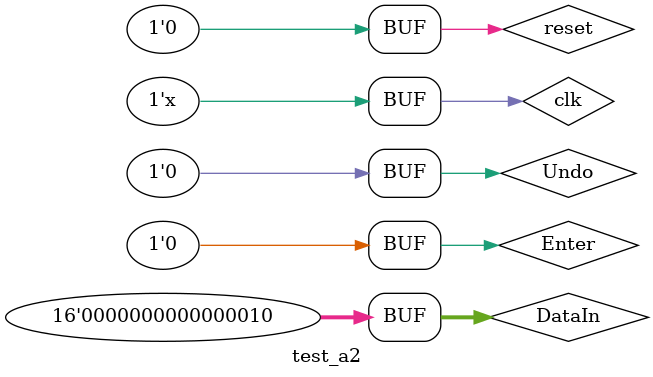
<source format=sv>
`timescale 1ns / 1ps


module test_a2();
    logic reset,clk,Enter,Undo;
    logic[15:0]DataIn,ToDisplay;
    logic[4:0]Flags;
    logic[2:0]Status;  
    
S7_actividad2 DUT(
    .reset(reset),
    .clk(clk),
    .Undo(Undo),
    .Enter(Enter),
    .DataIn(DataIn),
    .ToDisplay(ToDisplay),
    .Flags(Flags),
    .Status(Status));
    
always #10 clk=~clk;
initial begin    
clk=1'b0;
reset=1'b1;
DataIn=16'd0;
Enter=0;
Undo=0;
#27
reset=1'b0;
DataIn=16'd10;
#27
Enter=1'b1;
#27
Enter=1'b0;
#37
DataIn=16'd5;
#27
Enter=1'b1;
#27
Enter=1'b0;
#37
Undo=1'b1;
#27
Undo=1'b0;
#37
DataIn=16'd2;
#37
Enter=1'b1;
#27
Enter=1'b0;
#37
DataIn=16'd2;
#37
Enter=1'b1;
#27
Enter=1'b0;
end
endmodule

</source>
